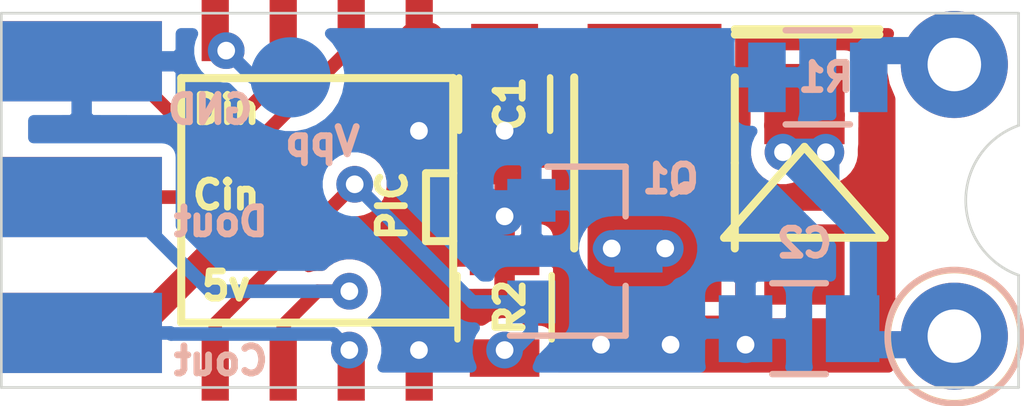
<source format=kicad_pcb>
(kicad_pcb (version 20171130) (host pcbnew "(5.1.4)-1")

  (general
    (thickness 1.6)
    (drawings 17)
    (tracks 84)
    (zones 0)
    (modules 12)
    (nets 12)
  )

  (page A4)
  (layers
    (0 F.Cu signal)
    (31 B.Cu signal)
    (32 B.Adhes user hide)
    (33 F.Adhes user hide)
    (34 B.Paste user hide)
    (35 F.Paste user hide)
    (36 B.SilkS user)
    (37 F.SilkS user)
    (38 B.Mask user)
    (39 F.Mask user)
    (40 Dwgs.User user hide)
    (41 Cmts.User user hide)
    (42 Eco1.User user hide)
    (43 Eco2.User user hide)
    (44 Edge.Cuts user)
    (45 Margin user hide)
    (46 B.CrtYd user hide)
    (47 F.CrtYd user hide)
    (48 B.Fab user hide)
    (49 F.Fab user hide)
  )

  (setup
    (last_trace_width 0.508)
    (user_trace_width 0.254)
    (user_trace_width 0.508)
    (trace_clearance 0.1524)
    (zone_clearance 0.254)
    (zone_45_only no)
    (trace_min 0.1524)
    (via_size 0.6858)
    (via_drill 0.3302)
    (via_min_size 0.508)
    (via_min_drill 0.254)
    (uvia_size 0.6858)
    (uvia_drill 0.3302)
    (uvias_allowed no)
    (uvia_min_size 0.2)
    (uvia_min_drill 0.1)
    (edge_width 0.05)
    (segment_width 0.2)
    (pcb_text_width 0.3)
    (pcb_text_size 1.5 1.5)
    (mod_edge_width 0.12)
    (mod_text_size 1 1)
    (mod_text_width 0.15)
    (pad_size 1.524 1.524)
    (pad_drill 0.762)
    (pad_to_mask_clearance 0.0508)
    (solder_mask_min_width 0.1016)
    (aux_axis_origin 0 0)
    (visible_elements 7FFFFFFF)
    (pcbplotparams
      (layerselection 0x010fc_ffffffff)
      (usegerberextensions false)
      (usegerberattributes false)
      (usegerberadvancedattributes false)
      (creategerberjobfile false)
      (excludeedgelayer true)
      (linewidth 0.100000)
      (plotframeref false)
      (viasonmask false)
      (mode 1)
      (useauxorigin false)
      (hpglpennumber 1)
      (hpglpenspeed 20)
      (hpglpendiameter 15.000000)
      (psnegative false)
      (psa4output false)
      (plotreference true)
      (plotvalue true)
      (plotinvisibletext false)
      (padsonsilk false)
      (subtractmaskfromsilk false)
      (outputformat 1)
      (mirror false)
      (drillshape 1)
      (scaleselection 1)
      (outputdirectory ""))
  )

  (net 0 "")
  (net 1 +5V)
  (net 2 GND)
  (net 3 "Net-(C2-Pad1)")
  (net 4 "Net-(D1-Pad2)")
  (net 5 "Net-(J1-Pad2)")
  (net 6 /SDAin)
  (net 7 /SCKin)
  (net 8 /SCKout)
  (net 9 /SDAout)
  (net 10 /Vpp)
  (net 11 "Net-(Q1-Pad1)")

  (net_class Default "This is the default net class."
    (clearance 0.1524)
    (trace_width 0.1524)
    (via_dia 0.6858)
    (via_drill 0.3302)
    (uvia_dia 0.6858)
    (uvia_drill 0.3302)
    (diff_pair_width 0.1524)
    (diff_pair_gap 0.1524)
    (add_net +5V)
    (add_net /SCKin)
    (add_net /SCKout)
    (add_net /SDAin)
    (add_net /SDAout)
    (add_net /Vpp)
    (add_net GND)
    (add_net "Net-(C2-Pad1)")
    (add_net "Net-(D1-Pad2)")
    (add_net "Net-(J1-Pad2)")
    (add_net "Net-(Q1-Pad1)")
  )

  (module neonpixel:SMD_pad (layer B.Cu) (tedit 5EB0150F) (tstamp 5EAED13B)
    (at 138.4 55)
    (path /5EB1C667)
    (fp_text reference J4 (at 0 -0.5) (layer B.Fab) hide
      (effects (font (size 1 1) (thickness 0.15)) (justify mirror))
    )
    (fp_text value Conn_01x01_Female (at 0 0.5) (layer B.Fab) hide
      (effects (font (size 1 1) (thickness 0.15)) (justify mirror))
    )
    (pad 1 smd circle (at 0 -1.2) (size 1.5 1.5) (layers B.Cu B.Paste B.Mask)
      (net 10 /Vpp))
  )

  (module neonpixel:NeonPins (layer F.Cu) (tedit 5EB006B1) (tstamp 5EB01BA7)
    (at 148.8 56.1 90)
    (path /5EAF66E3)
    (fp_text reference J1 (at 0 0.5 90) (layer F.Fab) hide
      (effects (font (size 1 1) (thickness 0.15)))
    )
    (fp_text value Conn_01x02_Female (at 0 -0.5 90) (layer F.Fab) hide
      (effects (font (size 1 1) (thickness 0.15)))
    )
    (pad 2 thru_hole circle (at 2.54 2 90) (size 2 2) (drill 1) (layers *.Cu *.Mask)
      (net 5 "Net-(J1-Pad2)"))
    (pad 1 thru_hole circle (at -2.54 2 90) (size 2 2) (drill 1) (layers *.Cu *.Mask)
      (net 3 "Net-(C2-Pad1)"))
  )

  (module neonpixel:SMD_inductor (layer F.Cu) (tedit 5EAFED1A) (tstamp 5EAECD40)
    (at 147.2 55.4 270)
    (path /5EAED63B)
    (fp_text reference L1 (at 0 0.5 90) (layer F.Fab) hide
      (effects (font (size 1 1) (thickness 0.15)))
    )
    (fp_text value 10uH (at 0 -2.1 90) (layer F.Fab) hide
      (effects (font (size 1 1) (thickness 0.15)))
    )
    (fp_line (start 1.6 0.5) (end 0 0.5) (layer F.SilkS) (width 0.15))
    (fp_line (start -1.6 3.5) (end 1.6 3.5) (layer F.SilkS) (width 0.15))
    (fp_line (start 0 0.5) (end -1.6 0.5) (layer F.SilkS) (width 0.15))
    (pad 2 smd rect (at 1.6 2 270) (size 2 2.5) (layers F.Cu F.Paste F.Mask)
      (net 4 "Net-(D1-Pad2)"))
    (pad 1 smd rect (at -1.6 2 270) (size 2 2.5) (layers F.Cu F.Paste F.Mask)
      (net 1 +5V))
  )

  (module neonpixel:SMD_Diode (layer F.Cu) (tedit 5EAFEAE2) (tstamp 5EAECD31)
    (at 149.5 55.8 270)
    (path /5EAEBEA7)
    (fp_text reference D1 (at 0 0.5 90) (layer F.Fab) hide
      (effects (font (size 1 1) (thickness 0.15)))
    )
    (fp_text value D_Schottky (at 0 -2.4 90) (layer F.Fab) hide
      (effects (font (size 1 1) (thickness 0.15)))
    )
    (fp_line (start -2.8 0.1) (end -2.8 2.8) (layer F.SilkS) (width 0.15))
    (fp_line (start 1 3) (end -0.7 1.5) (layer F.SilkS) (width 0.15))
    (fp_line (start 1 0) (end 1 3) (layer F.SilkS) (width 0.15))
    (fp_line (start -0.7 1.5) (end 1 0) (layer F.SilkS) (width 0.15))
    (fp_line (start -2.9 0.1) (end -2.9 2.8) (layer F.SilkS) (width 0.15))
    (pad 2 smd rect (at 1.5 1.5 270) (size 1.5 1.5) (layers F.Cu F.Paste F.Mask)
      (net 4 "Net-(D1-Pad2)"))
    (pad 1 smd rect (at -1.5 1.5 270) (size 1.5 1.5) (layers F.Cu F.Paste F.Mask)
      (net 3 "Net-(C2-Pad1)"))
  )

  (module neonpixel:SMD_3_pin_254 (layer B.Cu) (tedit 5EAED37C) (tstamp 5EAECF14)
    (at 134.5 53.5 180)
    (path /5EB1DEC1)
    (fp_text reference J3 (at 0 2.56) (layer B.SilkS) hide
      (effects (font (size 1 1) (thickness 0.15)) (justify mirror))
    )
    (fp_text value Conn_01x03_Female (at 0 -2.56) (layer B.Fab)
      (effects (font (size 1 1) (thickness 0.15)) (justify mirror))
    )
    (fp_text user %R (at 0 0 270) (layer B.Fab)
      (effects (font (size 1 1) (thickness 0.15)) (justify mirror))
    )
    (pad 3 smd rect (at 0 -5.08 180) (size 3 1.5) (layers B.Cu B.Paste B.Mask)
      (net 8 /SCKout))
    (pad 1 smd rect (at 0 0 180) (size 3 1.5) (layers B.Cu B.Paste B.Mask)
      (net 2 GND))
    (pad 2 smd rect (at 0 -2.54 180) (size 3 1.5) (layers B.Cu B.Paste B.Mask)
      (net 9 /SDAout))
  )

  (module neonpixel:SMD_3_pin_254 (layer F.Cu) (tedit 5EAED37C) (tstamp 5EAECD37)
    (at 134.5 58.58 180)
    (path /5EB1D17B)
    (fp_text reference J2 (at 0 -2.56) (layer F.SilkS) hide
      (effects (font (size 1 1) (thickness 0.15)))
    )
    (fp_text value Conn_01x03_Female (at 0 2.56) (layer F.Fab)
      (effects (font (size 1 1) (thickness 0.15)))
    )
    (fp_text user %R (at 0 0 90) (layer F.Fab)
      (effects (font (size 1 1) (thickness 0.15)))
    )
    (pad 3 smd rect (at 0 5.08 180) (size 3 1.5) (layers F.Cu F.Paste F.Mask)
      (net 6 /SDAin))
    (pad 1 smd rect (at 0 0 180) (size 3 1.5) (layers F.Cu F.Paste F.Mask)
      (net 1 +5V))
    (pad 2 smd rect (at 0 2.54 180) (size 3 1.5) (layers F.Cu F.Paste F.Mask)
      (net 7 /SCKin))
  )

  (module SMD_Packages:SOIC-8-N (layer F.Cu) (tedit 0) (tstamp 5EB007FB)
    (at 138.9 56.1 180)
    (descr "Module Narrow CMS SOJ 8 pins large")
    (tags "CMS SOJ")
    (path /5EAE9375)
    (attr smd)
    (fp_text reference PIC (at -1.4 -0.1 90) (layer F.SilkS)
      (effects (font (size 0.508 0.508) (thickness 0.127)))
    )
    (fp_text value PIC16F15313 (at 0 1.27) (layer F.Fab)
      (effects (font (size 1 1) (thickness 0.15)))
    )
    (fp_line (start -2.54 -2.286) (end 2.54 -2.286) (layer F.SilkS) (width 0.15))
    (fp_line (start 2.54 -2.286) (end 2.54 2.286) (layer F.SilkS) (width 0.15))
    (fp_line (start 2.54 2.286) (end -2.54 2.286) (layer F.SilkS) (width 0.15))
    (fp_line (start -2.54 2.286) (end -2.54 -2.286) (layer F.SilkS) (width 0.15))
    (fp_line (start -2.54 -0.762) (end -2.032 -0.762) (layer F.SilkS) (width 0.15))
    (fp_line (start -2.032 -0.762) (end -2.032 0.508) (layer F.SilkS) (width 0.15))
    (fp_line (start -2.032 0.508) (end -2.54 0.508) (layer F.SilkS) (width 0.15))
    (pad 8 smd rect (at -1.905 -3.175 180) (size 0.508 1.143) (layers F.Cu F.Paste F.Mask)
      (net 2 GND))
    (pad 7 smd rect (at -0.635 -3.175 180) (size 0.508 1.143) (layers F.Cu F.Paste F.Mask)
      (net 8 /SCKout))
    (pad 6 smd rect (at 0.635 -3.175 180) (size 0.508 1.143) (layers F.Cu F.Paste F.Mask)
      (net 9 /SDAout))
    (pad 5 smd rect (at 1.905 -3.175 180) (size 0.508 1.143) (layers F.Cu F.Paste F.Mask)
      (net 11 "Net-(Q1-Pad1)"))
    (pad 4 smd rect (at 1.905 3.175 180) (size 0.508 1.143) (layers F.Cu F.Paste F.Mask)
      (net 10 /Vpp))
    (pad 3 smd rect (at 0.635 3.175 180) (size 0.508 1.143) (layers F.Cu F.Paste F.Mask)
      (net 6 /SDAin))
    (pad 2 smd rect (at -0.635 3.175 180) (size 0.508 1.143) (layers F.Cu F.Paste F.Mask)
      (net 7 /SCKin))
    (pad 1 smd rect (at -1.905 3.175 180) (size 0.508 1.143) (layers F.Cu F.Paste F.Mask)
      (net 1 +5V))
    (model SMD_Packages.3dshapes/SOIC-8-N.wrl
      (at (xyz 0 0 0))
      (scale (xyz 0.5 0.38 0.5))
      (rotate (xyz 0 0 0))
    )
  )

  (module Resistors_SMD:R_0805 (layer F.Cu) (tedit 58E0A804) (tstamp 5EAECD49)
    (at 142.4 58.1 90)
    (descr "Resistor SMD 0805, reflow soldering, Vishay (see dcrcw.pdf)")
    (tags "resistor 0805")
    (path /5EAEC3E7)
    (attr smd)
    (fp_text reference R2 (at 0 0.1 90) (layer F.SilkS)
      (effects (font (size 0.508 0.508) (thickness 0.127)))
    )
    (fp_text value 100K (at 0 1.75 90) (layer F.Fab)
      (effects (font (size 1 1) (thickness 0.15)))
    )
    (fp_text user %R (at 0.2 0.41 90) (layer F.Fab)
      (effects (font (size 0.5 0.5) (thickness 0.075)))
    )
    (fp_line (start -1 0.62) (end -1 -0.62) (layer F.Fab) (width 0.1))
    (fp_line (start 1 0.62) (end -1 0.62) (layer F.Fab) (width 0.1))
    (fp_line (start 1 -0.62) (end 1 0.62) (layer F.Fab) (width 0.1))
    (fp_line (start -1 -0.62) (end 1 -0.62) (layer F.Fab) (width 0.1))
    (fp_line (start 0.6 0.88) (end -0.6 0.88) (layer F.SilkS) (width 0.12))
    (fp_line (start -0.6 -0.88) (end 0.6 -0.88) (layer F.SilkS) (width 0.12))
    (fp_line (start -1.55 -0.9) (end 1.55 -0.9) (layer F.CrtYd) (width 0.05))
    (fp_line (start -1.55 -0.9) (end -1.55 0.9) (layer F.CrtYd) (width 0.05))
    (fp_line (start 1.55 0.9) (end 1.55 -0.9) (layer F.CrtYd) (width 0.05))
    (fp_line (start 1.55 0.9) (end -1.55 0.9) (layer F.CrtYd) (width 0.05))
    (pad 1 smd rect (at -0.95 0 90) (size 0.7 1.3) (layers F.Cu F.Paste F.Mask)
      (net 11 "Net-(Q1-Pad1)"))
    (pad 2 smd rect (at 0.95 0 90) (size 0.7 1.3) (layers F.Cu F.Paste F.Mask)
      (net 2 GND))
    (model ${KISYS3DMOD}/Resistors_SMD.3dshapes/R_0805.wrl
      (at (xyz 0 0 0))
      (scale (xyz 1 1 1))
      (rotate (xyz 0 0 0))
    )
  )

  (module Resistors_SMD:R_0805 (layer B.Cu) (tedit 58E0A804) (tstamp 5EAED3FF)
    (at 148.25 53.8 180)
    (descr "Resistor SMD 0805, reflow soldering, Vishay (see dcrcw.pdf)")
    (tags "resistor 0805")
    (path /5EAEC980)
    (attr smd)
    (fp_text reference R1 (at -0.15 0) (layer B.SilkS)
      (effects (font (size 0.508 0.508) (thickness 0.127)) (justify mirror))
    )
    (fp_text value 10K (at 0 -1.75) (layer B.Fab)
      (effects (font (size 1 1) (thickness 0.15)) (justify mirror))
    )
    (fp_text user %R (at 0 0) (layer B.Fab)
      (effects (font (size 0.5 0.5) (thickness 0.075)) (justify mirror))
    )
    (fp_line (start -1 -0.62) (end -1 0.62) (layer B.Fab) (width 0.1))
    (fp_line (start 1 -0.62) (end -1 -0.62) (layer B.Fab) (width 0.1))
    (fp_line (start 1 0.62) (end 1 -0.62) (layer B.Fab) (width 0.1))
    (fp_line (start -1 0.62) (end 1 0.62) (layer B.Fab) (width 0.1))
    (fp_line (start 0.6 -0.88) (end -0.6 -0.88) (layer B.SilkS) (width 0.12))
    (fp_line (start -0.6 0.88) (end 0.6 0.88) (layer B.SilkS) (width 0.12))
    (fp_line (start -1.55 0.9) (end 1.55 0.9) (layer B.CrtYd) (width 0.05))
    (fp_line (start -1.55 0.9) (end -1.55 -0.9) (layer B.CrtYd) (width 0.05))
    (fp_line (start 1.55 -0.9) (end 1.55 0.9) (layer B.CrtYd) (width 0.05))
    (fp_line (start 1.55 -0.9) (end -1.55 -0.9) (layer B.CrtYd) (width 0.05))
    (pad 1 smd rect (at -0.95 0 180) (size 0.7 1.3) (layers B.Cu B.Paste B.Mask)
      (net 5 "Net-(J1-Pad2)"))
    (pad 2 smd rect (at 0.95 0 180) (size 0.7 1.3) (layers B.Cu B.Paste B.Mask)
      (net 2 GND))
    (model ${KISYS3DMOD}/Resistors_SMD.3dshapes/R_0805.wrl
      (at (xyz 0 0 0))
      (scale (xyz 1 1 1))
      (rotate (xyz 0 0 0))
    )
  )

  (module TO_SOT_Packages_SMD:SOT-23 (layer B.Cu) (tedit 58CE4E7E) (tstamp 5EAED4AF)
    (at 143.9 57.05)
    (descr "SOT-23, Standard")
    (tags SOT-23)
    (path /5EAE9CA1)
    (attr smd)
    (fp_text reference Q1 (at 1.6 -1.35) (layer B.SilkS)
      (effects (font (size 0.508 0.508) (thickness 0.127)) (justify mirror))
    )
    (fp_text value BSS138 (at 0 -2.5) (layer B.Fab)
      (effects (font (size 1 1) (thickness 0.15)) (justify mirror))
    )
    (fp_text user %R (at 0 0 270) (layer B.Fab)
      (effects (font (size 0.5 0.5) (thickness 0.075)) (justify mirror))
    )
    (fp_line (start -0.7 0.95) (end -0.7 -1.5) (layer B.Fab) (width 0.1))
    (fp_line (start -0.15 1.52) (end 0.7 1.52) (layer B.Fab) (width 0.1))
    (fp_line (start -0.7 0.95) (end -0.15 1.52) (layer B.Fab) (width 0.1))
    (fp_line (start 0.7 1.52) (end 0.7 -1.52) (layer B.Fab) (width 0.1))
    (fp_line (start -0.7 -1.52) (end 0.7 -1.52) (layer B.Fab) (width 0.1))
    (fp_line (start 0.76 -1.58) (end 0.76 -0.65) (layer B.SilkS) (width 0.12))
    (fp_line (start 0.76 1.58) (end 0.76 0.65) (layer B.SilkS) (width 0.12))
    (fp_line (start -1.7 1.75) (end 1.7 1.75) (layer B.CrtYd) (width 0.05))
    (fp_line (start 1.7 1.75) (end 1.7 -1.75) (layer B.CrtYd) (width 0.05))
    (fp_line (start 1.7 -1.75) (end -1.7 -1.75) (layer B.CrtYd) (width 0.05))
    (fp_line (start -1.7 -1.75) (end -1.7 1.75) (layer B.CrtYd) (width 0.05))
    (fp_line (start 0.76 1.58) (end -1.4 1.58) (layer B.SilkS) (width 0.12))
    (fp_line (start 0.76 -1.58) (end -0.7 -1.58) (layer B.SilkS) (width 0.12))
    (pad 1 smd rect (at -1 0.95) (size 0.9 0.8) (layers B.Cu B.Paste B.Mask)
      (net 11 "Net-(Q1-Pad1)"))
    (pad 2 smd rect (at -1 -0.95) (size 0.9 0.8) (layers B.Cu B.Paste B.Mask)
      (net 2 GND))
    (pad 3 smd rect (at 1 0) (size 0.9 0.8) (layers B.Cu B.Paste B.Mask)
      (net 4 "Net-(D1-Pad2)"))
    (model ${KISYS3DMOD}/TO_SOT_Packages_SMD.3dshapes/SOT-23.wrl
      (at (xyz 0 0 0))
      (scale (xyz 1 1 1))
      (rotate (xyz 0 0 0))
    )
  )

  (module Capacitors_SMD:C_0805 (layer B.Cu) (tedit 58AA8463) (tstamp 5EAECD2E)
    (at 147.9 58.5 180)
    (descr "Capacitor SMD 0805, reflow soldering, AVX (see smccp.pdf)")
    (tags "capacitor 0805")
    (path /5EAECE88)
    (attr smd)
    (fp_text reference C2 (at -0.1 1.6) (layer B.SilkS)
      (effects (font (size 0.508 0.508) (thickness 0.127)) (justify mirror))
    )
    (fp_text value 1n (at 0 -1.75) (layer B.Fab)
      (effects (font (size 1 1) (thickness 0.15)) (justify mirror))
    )
    (fp_text user %R (at 0 1.5) (layer B.Fab)
      (effects (font (size 1 1) (thickness 0.15)) (justify mirror))
    )
    (fp_line (start -1 -0.62) (end -1 0.62) (layer B.Fab) (width 0.1))
    (fp_line (start 1 -0.62) (end -1 -0.62) (layer B.Fab) (width 0.1))
    (fp_line (start 1 0.62) (end 1 -0.62) (layer B.Fab) (width 0.1))
    (fp_line (start -1 0.62) (end 1 0.62) (layer B.Fab) (width 0.1))
    (fp_line (start 0.5 0.85) (end -0.5 0.85) (layer B.SilkS) (width 0.12))
    (fp_line (start -0.5 -0.85) (end 0.5 -0.85) (layer B.SilkS) (width 0.12))
    (fp_line (start -1.75 0.88) (end 1.75 0.88) (layer B.CrtYd) (width 0.05))
    (fp_line (start -1.75 0.88) (end -1.75 -0.87) (layer B.CrtYd) (width 0.05))
    (fp_line (start 1.75 -0.87) (end 1.75 0.88) (layer B.CrtYd) (width 0.05))
    (fp_line (start 1.75 -0.87) (end -1.75 -0.87) (layer B.CrtYd) (width 0.05))
    (pad 1 smd rect (at -1 0 180) (size 1 1.25) (layers B.Cu B.Paste B.Mask)
      (net 3 "Net-(C2-Pad1)"))
    (pad 2 smd rect (at 1 0 180) (size 1 1.25) (layers B.Cu B.Paste B.Mask)
      (net 2 GND))
    (model Capacitors_SMD.3dshapes/C_0805.wrl
      (at (xyz 0 0 0))
      (scale (xyz 1 1 1))
      (rotate (xyz 0 0 0))
    )
  )

  (module Capacitors_SMD:C_0805 (layer F.Cu) (tedit 58AA8463) (tstamp 5EAECD2B)
    (at 142.4 54.3 270)
    (descr "Capacitor SMD 0805, reflow soldering, AVX (see smccp.pdf)")
    (tags "capacitor 0805")
    (path /5EAED232)
    (attr smd)
    (fp_text reference C1 (at 0 -0.1 90) (layer F.SilkS)
      (effects (font (size 0.508 0.508) (thickness 0.127)))
    )
    (fp_text value 100n (at 0 1.75 90) (layer F.Fab)
      (effects (font (size 1 1) (thickness 0.15)))
    )
    (fp_text user %R (at 0 -1.5 90) (layer F.Fab)
      (effects (font (size 1 1) (thickness 0.15)))
    )
    (fp_line (start -1 0.62) (end -1 -0.62) (layer F.Fab) (width 0.1))
    (fp_line (start 1 0.62) (end -1 0.62) (layer F.Fab) (width 0.1))
    (fp_line (start 1 -0.62) (end 1 0.62) (layer F.Fab) (width 0.1))
    (fp_line (start -1 -0.62) (end 1 -0.62) (layer F.Fab) (width 0.1))
    (fp_line (start 0.5 -0.85) (end -0.5 -0.85) (layer F.SilkS) (width 0.12))
    (fp_line (start -0.5 0.85) (end 0.5 0.85) (layer F.SilkS) (width 0.12))
    (fp_line (start -1.75 -0.88) (end 1.75 -0.88) (layer F.CrtYd) (width 0.05))
    (fp_line (start -1.75 -0.88) (end -1.75 0.87) (layer F.CrtYd) (width 0.05))
    (fp_line (start 1.75 0.87) (end 1.75 -0.88) (layer F.CrtYd) (width 0.05))
    (fp_line (start 1.75 0.87) (end -1.75 0.87) (layer F.CrtYd) (width 0.05))
    (pad 1 smd rect (at -1 0 270) (size 1 1.25) (layers F.Cu F.Paste F.Mask)
      (net 1 +5V))
    (pad 2 smd rect (at 1 0 270) (size 1 1.25) (layers F.Cu F.Paste F.Mask)
      (net 2 GND))
    (model Capacitors_SMD.3dshapes/C_0805.wrl
      (at (xyz 0 0 0))
      (scale (xyz 1 1 1))
      (rotate (xyz 0 0 0))
    )
  )

  (gr_circle (center 150.7998 58.6486) (end 151.8412 57.9628) (layer B.SilkS) (width 0.12))
  (gr_circle (center 150.7998 58.6486) (end 151.7396 57.8358) (layer F.SilkS) (width 0.12))
  (gr_arc (start 152.5 56.1) (end 152.000002 54.700002) (angle -140.6923752) (layer Edge.Cuts) (width 0.05))
  (gr_text "pierre muth" (at 144.7 54.4) (layer B.Mask)
    (effects (font (size 0.4064 0.4064) (thickness 0.0762)) (justify mirror))
  )
  (gr_text NeonPixel (at 143.3 53.5) (layer B.Mask)
    (effects (font (size 0.889 0.889) (thickness 0.127)) (justify mirror))
  )
  (gr_text Vpp (at 139 55) (layer B.SilkS) (tstamp 5EB022ED)
    (effects (font (size 0.508 0.508) (thickness 0.127)) (justify mirror))
  )
  (gr_text Din (at 137.2 54.4) (layer F.SilkS) (tstamp 5EB01DC4)
    (effects (font (size 0.508 0.508) (thickness 0.127)))
  )
  (gr_text Cin (at 137.2 56) (layer F.SilkS) (tstamp 5EB01DC4)
    (effects (font (size 0.508 0.508) (thickness 0.127)))
  )
  (gr_text "Cout\n" (at 137.1 59.1) (layer B.SilkS) (tstamp 5EB01DA8)
    (effects (font (size 0.508 0.508) (thickness 0.127)) (justify mirror))
  )
  (gr_text Dout (at 137.1 56.5) (layer B.SilkS) (tstamp 5EB01DA8)
    (effects (font (size 0.508 0.508) (thickness 0.127)) (justify mirror))
  )
  (gr_text GND (at 136.9 54.4) (layer B.SilkS)
    (effects (font (size 0.508 0.508) (thickness 0.127)) (justify mirror))
  )
  (gr_text 5v (at 137.2 57.7) (layer F.SilkS)
    (effects (font (size 0.508 0.508) (thickness 0.127)))
  )
  (gr_line (start 152 59.6) (end 152 57.5) (layer Edge.Cuts) (width 0.05))
  (gr_line (start 152 52.6) (end 152 54.7) (layer Edge.Cuts) (width 0.05))
  (gr_line (start 133 52.6) (end 133 59.6) (layer Edge.Cuts) (width 0.05) (tstamp 5EAED5FE))
  (gr_line (start 152 52.6) (end 133 52.6) (layer Edge.Cuts) (width 0.05))
  (gr_line (start 133 59.6) (end 152 59.6) (layer Edge.Cuts) (width 0.05))

  (via (at 146.9 58.8) (size 0.6858) (drill 0.3302) (layers F.Cu B.Cu) (net 2))
  (via (at 140.8 58.9) (size 0.6858) (drill 0.3302) (layers F.Cu B.Cu) (net 2))
  (via (at 144.4 57) (size 0.6858) (drill 0.3302) (layers F.Cu B.Cu) (net 4))
  (via (at 137.2 53.3) (size 0.6858) (drill 0.3302) (layers F.Cu B.Cu) (net 10))
  (segment (start 137.1 53.4) (end 137 53.3) (width 0.254) (layer B.Cu) (net 10))
  (via (at 142.4 54.8) (size 0.6858) (drill 0.3302) (layers F.Cu B.Cu) (net 2))
  (segment (start 140.805 52.925) (end 140.825 52.925) (width 0.254) (layer F.Cu) (net 1))
  (segment (start 141.2 53.3) (end 142.4 53.3) (width 0.254) (layer F.Cu) (net 1))
  (segment (start 140.825 52.925) (end 141.2 53.3) (width 0.254) (layer F.Cu) (net 1))
  (segment (start 135.437022 58.58) (end 134.5 58.58) (width 0.508) (layer F.Cu) (net 1))
  (segment (start 141.267 53.3) (end 140.99841 53.03141) (width 0.508) (layer F.Cu) (net 1))
  (segment (start 140.99841 53.03141) (end 140.69859 53.03141) (width 0.508) (layer F.Cu) (net 1))
  (segment (start 140.69859 53.03141) (end 140.5 53.23) (width 0.508) (layer F.Cu) (net 1))
  (segment (start 142.4 53.3) (end 141.267 53.3) (width 0.508) (layer F.Cu) (net 1))
  (segment (start 140.5 53.23) (end 140.5 53.517022) (width 0.508) (layer F.Cu) (net 1))
  (segment (start 140.5 53.517022) (end 135.437022 58.58) (width 0.508) (layer F.Cu) (net 1))
  (segment (start 144.5 53.3) (end 145 53.8) (width 0.508) (layer F.Cu) (net 1))
  (segment (start 142.4 53.3) (end 144.5 53.3) (width 0.508) (layer F.Cu) (net 1))
  (via (at 140.8 54.8) (size 0.6858) (drill 0.3302) (layers F.Cu B.Cu) (net 2))
  (via (at 144.2 58.8) (size 0.6858) (drill 0.3302) (layers F.Cu B.Cu) (net 2))
  (via (at 145.5 58.8) (size 0.6858) (drill 0.3302) (layers F.Cu B.Cu) (net 2))
  (via (at 142.4 56.4) (size 0.6858) (drill 0.3302) (layers F.Cu B.Cu) (net 2))
  (segment (start 150.94 58.8) (end 151.1 58.64) (width 0.508) (layer B.Cu) (net 3))
  (segment (start 148.5 54.5) (end 148 54) (width 0.508) (layer F.Cu) (net 3))
  (segment (start 148.5 54.7) (end 148.5 54.5) (width 0.508) (layer F.Cu) (net 3))
  (segment (start 148 54.2) (end 147.5 54.7) (width 0.508) (layer F.Cu) (net 3))
  (segment (start 148 54) (end 148 54.2) (width 0.508) (layer F.Cu) (net 3))
  (segment (start 150.64 58.8) (end 150.8 58.64) (width 0.508) (layer B.Cu) (net 3))
  (segment (start 149.1 58.8) (end 150.64 58.8) (width 0.508) (layer B.Cu) (net 3))
  (via (at 147.6 55.2) (size 0.6858) (drill 0.3302) (layers F.Cu B.Cu) (net 3))
  (segment (start 148 54.3) (end 148 54.8) (width 0.508) (layer F.Cu) (net 3))
  (segment (start 148 54.8) (end 147.6 55.2) (width 0.508) (layer F.Cu) (net 3))
  (segment (start 149.1 56.7) (end 149.1 58.5) (width 0.508) (layer B.Cu) (net 3))
  (via (at 148.4 55.2) (size 0.6858) (drill 0.3302) (layers F.Cu B.Cu) (net 3))
  (segment (start 148.4 56) (end 148.4 55.2) (width 0.508) (layer B.Cu) (net 3))
  (segment (start 148.4 56) (end 149.1 56.7) (width 0.508) (layer B.Cu) (net 3))
  (segment (start 147.6 55.2) (end 148.4 56) (width 0.508) (layer B.Cu) (net 3))
  (segment (start 148.4 54.7) (end 148 54.3) (width 0.508) (layer F.Cu) (net 3))
  (segment (start 148.4 55.2) (end 148.4 54.7) (width 0.508) (layer F.Cu) (net 3))
  (segment (start 147.6 55.2) (end 148.4 55.2) (width 0.508) (layer B.Cu) (net 3))
  (segment (start 148 57) (end 145.4 57) (width 0.508) (layer F.Cu) (net 4))
  (via (at 145.4 57) (size 0.6858) (drill 0.3302) (layers F.Cu B.Cu) (net 4))
  (segment (start 145 57) (end 145.4 57) (width 0.508) (layer F.Cu) (net 4))
  (segment (start 145.35 57.05) (end 145.4 57) (width 0.508) (layer B.Cu) (net 4))
  (segment (start 144.9 57.05) (end 145.35 57.05) (width 0.508) (layer B.Cu) (net 4))
  (segment (start 144.35 57.05) (end 144.3 57) (width 0.508) (layer B.Cu) (net 4))
  (segment (start 144.9 57.05) (end 144.35 57.05) (width 0.508) (layer B.Cu) (net 4))
  (segment (start 150.84 53.3) (end 151.1 53.56) (width 0.508) (layer B.Cu) (net 5))
  (segment (start 150.54 53.3) (end 150.8 53.56) (width 0.508) (layer B.Cu) (net 5))
  (segment (start 149.2 53.3) (end 150.54 53.3) (width 0.508) (layer B.Cu) (net 5))
  (segment (start 135.2 53.5) (end 136.5 54.8) (width 0.254) (layer F.Cu) (net 6))
  (segment (start 134.5 53.5) (end 135.2 53.5) (width 0.254) (layer F.Cu) (net 6))
  (segment (start 136.5 54.8) (end 137.2 54.8) (width 0.254) (layer F.Cu) (net 6))
  (segment (start 138.265 53.7505) (end 138.265 52.925) (width 0.254) (layer F.Cu) (net 6))
  (segment (start 137.2 54.8) (end 138.2 53.8) (width 0.254) (layer F.Cu) (net 6))
  (segment (start 138.2 53.8) (end 138.2155 53.8) (width 0.254) (layer F.Cu) (net 6))
  (segment (start 138.2155 53.8) (end 138.265 53.7505) (width 0.254) (layer F.Cu) (net 6))
  (segment (start 139.535 53.2425) (end 139.535 52.925) (width 0.254) (layer F.Cu) (net 7))
  (segment (start 134.5 56.04) (end 136.7375 56.04) (width 0.254) (layer F.Cu) (net 7))
  (segment (start 136.7375 56.04) (end 139.535 53.2425) (width 0.254) (layer F.Cu) (net 7))
  (segment (start 136.1524 58.58) (end 136.1724 58.6) (width 0.254) (layer B.Cu) (net 8))
  (segment (start 139.5 58.9) (end 139.5 59.24) (width 0.254) (layer F.Cu) (net 8))
  (segment (start 139.5 59.24) (end 139.535 59.275) (width 0.254) (layer F.Cu) (net 8))
  (segment (start 139.2 58.6) (end 139.5 58.9) (width 0.254) (layer B.Cu) (net 8))
  (segment (start 136.1724 58.6) (end 139.2 58.6) (width 0.254) (layer B.Cu) (net 8))
  (via (at 139.5 58.9) (size 0.6858) (drill 0.3302) (layers F.Cu B.Cu) (net 8))
  (segment (start 134.5 58.58) (end 136.1524 58.58) (width 0.254) (layer B.Cu) (net 8))
  (segment (start 134.5 56.04) (end 135.14 56.04) (width 0.254) (layer B.Cu) (net 9))
  (segment (start 135.14 56.04) (end 136.9 57.8) (width 0.254) (layer B.Cu) (net 9))
  (via (at 139.5 57.8) (size 0.6858) (drill 0.3302) (layers F.Cu B.Cu) (net 9))
  (segment (start 136.9 57.8) (end 139.5 57.8) (width 0.254) (layer B.Cu) (net 9))
  (segment (start 139.5 57.8) (end 138.9 57.8) (width 0.254) (layer F.Cu) (net 9))
  (segment (start 138.265 58.435) (end 138.265 59.275) (width 0.254) (layer F.Cu) (net 9))
  (segment (start 138.9 57.8) (end 138.265 58.435) (width 0.254) (layer F.Cu) (net 9))
  (segment (start 137.7 53.8) (end 137.2 53.3) (width 0.254) (layer B.Cu) (net 10))
  (segment (start 138.4 53.8) (end 137.7 53.8) (width 0.254) (layer B.Cu) (net 10))
  (via (at 139.6 55.8) (size 0.6858) (drill 0.3302) (layers F.Cu B.Cu) (net 11))
  (segment (start 139.6 55.8) (end 136.995 58.405) (width 0.254) (layer F.Cu) (net 11))
  (segment (start 136.995 58.405) (end 136.995 59.275) (width 0.254) (layer F.Cu) (net 11))
  (segment (start 141.8 58) (end 139.6 55.8) (width 0.254) (layer B.Cu) (net 11))
  (segment (start 142.9 58) (end 141.8 58) (width 0.254) (layer B.Cu) (net 11))
  (via (at 142.4 58.9) (size 0.6858) (drill 0.3302) (layers F.Cu B.Cu) (net 11))
  (segment (start 142.9 58.5797) (end 142.4 59.0797) (width 0.254) (layer B.Cu) (net 11))
  (segment (start 142.9 58) (end 142.9 58.5797) (width 0.254) (layer B.Cu) (net 11))

  (zone (net 2) (net_name GND) (layer B.Cu) (tstamp 5EB02A34) (hatch edge 0.508)
    (connect_pads (clearance 0.254))
    (min_thickness 0.2032)
    (fill yes (arc_segments 32) (thermal_gap 0.254) (thermal_bridge_width 0.381))
    (polygon
      (pts
        (xy 133.5 52.6) (xy 149.6 52.6) (xy 149.6 59.6) (xy 133.5 59.6)
      )
    )
    (filled_polygon
      (pts
        (xy 136.528343 53.096255) (xy 136.5015 53.231204) (xy 136.5015 53.368796) (xy 136.528343 53.503745) (xy 136.580997 53.630864)
        (xy 136.657439 53.745268) (xy 136.754732 53.842561) (xy 136.869136 53.919003) (xy 136.996255 53.971657) (xy 137.131204 53.9985)
        (xy 137.216 53.9985) (xy 137.336116 54.118616) (xy 137.336887 54.122492) (xy 137.42023 54.323698) (xy 137.541224 54.504779)
        (xy 137.695221 54.658776) (xy 137.876302 54.77977) (xy 138.077508 54.863113) (xy 138.291108 54.9056) (xy 138.508892 54.9056)
        (xy 138.722492 54.863113) (xy 138.923698 54.77977) (xy 139.104779 54.658776) (xy 139.258776 54.504779) (xy 139.37977 54.323698)
        (xy 139.463113 54.122492) (xy 139.5056 53.908892) (xy 139.5056 53.691108) (xy 139.463113 53.477508) (xy 139.37977 53.276302)
        (xy 139.258776 53.095221) (xy 139.144155 52.9806) (xy 146.637335 52.9806) (xy 146.619878 53.013259) (xy 146.599545 53.08029)
        (xy 146.592679 53.15) (xy 146.5944 53.6222) (xy 146.6833 53.7111) (xy 147.2111 53.7111) (xy 147.2111 53.6911)
        (xy 147.3889 53.6911) (xy 147.3889 53.7111) (xy 147.9167 53.7111) (xy 148.0056 53.6222) (xy 148.007321 53.15)
        (xy 148.000455 53.08029) (xy 147.980122 53.013259) (xy 147.962665 52.9806) (xy 148.537336 52.9806) (xy 148.519879 53.01326)
        (xy 148.499546 53.08029) (xy 148.49268 53.15) (xy 148.49268 54.45) (xy 148.498331 54.507375) (xy 148.468796 54.5015)
        (xy 148.331204 54.5015) (xy 148.196255 54.528343) (xy 148.069136 54.580997) (xy 148.055063 54.5904) (xy 147.978166 54.5904)
        (xy 147.980122 54.586741) (xy 148.000455 54.51971) (xy 148.007321 54.45) (xy 148.0056 53.9778) (xy 147.9167 53.8889)
        (xy 147.3889 53.8889) (xy 147.3889 53.9089) (xy 147.2111 53.9089) (xy 147.2111 53.8889) (xy 146.6833 53.8889)
        (xy 146.5944 53.9778) (xy 146.592679 54.45) (xy 146.599545 54.51971) (xy 146.619878 54.586741) (xy 146.652898 54.648517)
        (xy 146.697336 54.702664) (xy 146.751483 54.747102) (xy 146.813259 54.780122) (xy 146.88029 54.800455) (xy 146.95 54.807321)
        (xy 147.022786 54.806594) (xy 146.980997 54.869136) (xy 146.928343 54.996255) (xy 146.9015 55.131204) (xy 146.9015 55.268796)
        (xy 146.928343 55.403745) (xy 146.980997 55.530864) (xy 147.057439 55.645268) (xy 147.154732 55.742561) (xy 147.269136 55.819003)
        (xy 147.396255 55.871657) (xy 147.412856 55.874959) (xy 147.94777 56.409874) (xy 147.966862 56.433138) (xy 147.990131 56.452235)
        (xy 148.4904 56.952505) (xy 148.4904 57.51768) (xy 148.4 57.51768) (xy 148.33029 57.524546) (xy 148.26326 57.544879)
        (xy 148.201484 57.577899) (xy 148.147337 57.622337) (xy 148.102899 57.676484) (xy 148.069879 57.73826) (xy 148.049546 57.80529)
        (xy 148.04268 57.875) (xy 148.04268 59.125) (xy 148.049546 59.19471) (xy 148.057036 59.2194) (xy 147.742966 59.2194)
        (xy 147.750455 59.19471) (xy 147.757321 59.125) (xy 147.7556 58.6778) (xy 147.6667 58.5889) (xy 146.9889 58.5889)
        (xy 146.9889 58.6089) (xy 146.8111 58.6089) (xy 146.8111 58.5889) (xy 146.1333 58.5889) (xy 146.0444 58.6778)
        (xy 146.042679 59.125) (xy 146.049545 59.19471) (xy 146.057034 59.2194) (xy 143.023752 59.2194) (xy 143.071657 59.103745)
        (xy 143.074935 59.087264) (xy 143.224487 58.937713) (xy 143.242901 58.922601) (xy 143.303209 58.849115) (xy 143.348022 58.765277)
        (xy 143.350436 58.75732) (xy 143.350449 58.757276) (xy 143.41971 58.750454) (xy 143.48674 58.730121) (xy 143.548516 58.697101)
        (xy 143.602663 58.652663) (xy 143.647101 58.598516) (xy 143.680121 58.53674) (xy 143.700454 58.46971) (xy 143.70732 58.4)
        (xy 143.70732 57.875) (xy 146.042679 57.875) (xy 146.0444 58.3222) (xy 146.1333 58.4111) (xy 146.8111 58.4111)
        (xy 146.8111 57.6083) (xy 146.9889 57.6083) (xy 146.9889 58.4111) (xy 147.6667 58.4111) (xy 147.7556 58.3222)
        (xy 147.757321 57.875) (xy 147.750455 57.80529) (xy 147.730122 57.738259) (xy 147.697102 57.676483) (xy 147.652664 57.622336)
        (xy 147.598517 57.577898) (xy 147.536741 57.544878) (xy 147.46971 57.524545) (xy 147.4 57.517679) (xy 147.0778 57.5194)
        (xy 146.9889 57.6083) (xy 146.8111 57.6083) (xy 146.7222 57.5194) (xy 146.4 57.517679) (xy 146.33029 57.524545)
        (xy 146.263259 57.544878) (xy 146.201483 57.577898) (xy 146.147336 57.622336) (xy 146.102898 57.676483) (xy 146.069878 57.738259)
        (xy 146.049545 57.80529) (xy 146.042679 57.875) (xy 143.70732 57.875) (xy 143.70732 57.6) (xy 143.700454 57.53029)
        (xy 143.680121 57.46326) (xy 143.647101 57.401484) (xy 143.602663 57.347337) (xy 143.548516 57.302899) (xy 143.48674 57.269879)
        (xy 143.41971 57.249546) (xy 143.35 57.24268) (xy 142.45 57.24268) (xy 142.38029 57.249546) (xy 142.31326 57.269879)
        (xy 142.251484 57.302899) (xy 142.197337 57.347337) (xy 142.152899 57.401484) (xy 142.119879 57.46326) (xy 142.103456 57.5174)
        (xy 141.9999 57.5174) (xy 141.4825 57) (xy 143.687451 57) (xy 143.699221 57.119502) (xy 143.73408 57.234412)
        (xy 143.76503 57.292317) (xy 143.780997 57.330864) (xy 143.857439 57.445268) (xy 143.954732 57.542561) (xy 144.069136 57.619003)
        (xy 144.159343 57.656368) (xy 144.197337 57.702663) (xy 144.251484 57.747101) (xy 144.31326 57.780121) (xy 144.38029 57.800454)
        (xy 144.45 57.80732) (xy 145.35 57.80732) (xy 145.41971 57.800454) (xy 145.48674 57.780121) (xy 145.548516 57.747101)
        (xy 145.602663 57.702663) (xy 145.640657 57.656368) (xy 145.730864 57.619003) (xy 145.845268 57.542561) (xy 145.942561 57.445268)
        (xy 146.019003 57.330864) (xy 146.071657 57.203745) (xy 146.0985 57.068796) (xy 146.0985 56.931204) (xy 146.071657 56.796255)
        (xy 146.019003 56.669136) (xy 145.942561 56.554732) (xy 145.845268 56.457439) (xy 145.730864 56.380997) (xy 145.603745 56.328343)
        (xy 145.468796 56.3015) (xy 145.426152 56.3015) (xy 145.41971 56.299546) (xy 145.35 56.29268) (xy 144.45 56.29268)
        (xy 144.38029 56.299546) (xy 144.373848 56.3015) (xy 144.331204 56.3015) (xy 144.196255 56.328343) (xy 144.069136 56.380997)
        (xy 143.954732 56.457439) (xy 143.857439 56.554732) (xy 143.780997 56.669136) (xy 143.76503 56.707683) (xy 143.73408 56.765588)
        (xy 143.699221 56.880498) (xy 143.687451 57) (xy 141.4825 57) (xy 140.9825 56.5) (xy 142.092679 56.5)
        (xy 142.099545 56.56971) (xy 142.119878 56.636741) (xy 142.152898 56.698517) (xy 142.197336 56.752664) (xy 142.251483 56.797102)
        (xy 142.313259 56.830122) (xy 142.38029 56.850455) (xy 142.45 56.857321) (xy 142.7222 56.8556) (xy 142.8111 56.7667)
        (xy 142.8111 56.1889) (xy 142.9889 56.1889) (xy 142.9889 56.7667) (xy 143.0778 56.8556) (xy 143.35 56.857321)
        (xy 143.41971 56.850455) (xy 143.486741 56.830122) (xy 143.548517 56.797102) (xy 143.602664 56.752664) (xy 143.647102 56.698517)
        (xy 143.680122 56.636741) (xy 143.700455 56.56971) (xy 143.707321 56.5) (xy 143.7056 56.2778) (xy 143.6167 56.1889)
        (xy 142.9889 56.1889) (xy 142.8111 56.1889) (xy 142.1833 56.1889) (xy 142.0944 56.2778) (xy 142.092679 56.5)
        (xy 140.9825 56.5) (xy 140.2985 55.816001) (xy 140.2985 55.731204) (xy 140.292294 55.7) (xy 142.092679 55.7)
        (xy 142.0944 55.9222) (xy 142.1833 56.0111) (xy 142.8111 56.0111) (xy 142.8111 55.4333) (xy 142.9889 55.4333)
        (xy 142.9889 56.0111) (xy 143.6167 56.0111) (xy 143.7056 55.9222) (xy 143.707321 55.7) (xy 143.700455 55.63029)
        (xy 143.680122 55.563259) (xy 143.647102 55.501483) (xy 143.602664 55.447336) (xy 143.548517 55.402898) (xy 143.486741 55.369878)
        (xy 143.41971 55.349545) (xy 143.35 55.342679) (xy 143.0778 55.3444) (xy 142.9889 55.4333) (xy 142.8111 55.4333)
        (xy 142.7222 55.3444) (xy 142.45 55.342679) (xy 142.38029 55.349545) (xy 142.313259 55.369878) (xy 142.251483 55.402898)
        (xy 142.197336 55.447336) (xy 142.152898 55.501483) (xy 142.119878 55.563259) (xy 142.099545 55.63029) (xy 142.092679 55.7)
        (xy 140.292294 55.7) (xy 140.271657 55.596255) (xy 140.219003 55.469136) (xy 140.142561 55.354732) (xy 140.045268 55.257439)
        (xy 139.930864 55.180997) (xy 139.803745 55.128343) (xy 139.668796 55.1015) (xy 139.531204 55.1015) (xy 139.396255 55.128343)
        (xy 139.269136 55.180997) (xy 139.154732 55.257439) (xy 139.057439 55.354732) (xy 138.980997 55.469136) (xy 138.928343 55.596255)
        (xy 138.9015 55.731204) (xy 138.9015 55.868796) (xy 138.928343 56.003745) (xy 138.980997 56.130864) (xy 139.057439 56.245268)
        (xy 139.154732 56.342561) (xy 139.269136 56.419003) (xy 139.396255 56.471657) (xy 139.531204 56.4985) (xy 139.616001 56.4985)
        (xy 141.441988 58.324488) (xy 141.457099 58.342901) (xy 141.530585 58.403209) (xy 141.614423 58.448022) (xy 141.705393 58.475617)
        (xy 141.8 58.484935) (xy 141.823707 58.4826) (xy 141.838818 58.4826) (xy 141.780997 58.569136) (xy 141.728343 58.696255)
        (xy 141.7015 58.831204) (xy 141.7015 58.968796) (xy 141.728343 59.103745) (xy 141.776248 59.2194) (xy 140.123752 59.2194)
        (xy 140.171657 59.103745) (xy 140.1985 58.968796) (xy 140.1985 58.831204) (xy 140.171657 58.696255) (xy 140.119003 58.569136)
        (xy 140.042561 58.454732) (xy 139.945268 58.357439) (xy 139.934135 58.35) (xy 139.945268 58.342561) (xy 140.042561 58.245268)
        (xy 140.119003 58.130864) (xy 140.171657 58.003745) (xy 140.1985 57.868796) (xy 140.1985 57.731204) (xy 140.171657 57.596255)
        (xy 140.119003 57.469136) (xy 140.042561 57.354732) (xy 139.945268 57.257439) (xy 139.830864 57.180997) (xy 139.703745 57.128343)
        (xy 139.568796 57.1015) (xy 139.431204 57.1015) (xy 139.296255 57.128343) (xy 139.169136 57.180997) (xy 139.054732 57.257439)
        (xy 138.994771 57.3174) (xy 137.0999 57.3174) (xy 136.35732 56.574821) (xy 136.35732 55.29) (xy 136.350454 55.22029)
        (xy 136.330121 55.15326) (xy 136.297101 55.091484) (xy 136.252663 55.037337) (xy 136.198516 54.992899) (xy 136.13674 54.959879)
        (xy 136.06971 54.939546) (xy 136 54.93268) (xy 133.6016 54.93268) (xy 133.6016 54.606538) (xy 134.3222 54.6056)
        (xy 134.4111 54.5167) (xy 134.4111 53.5889) (xy 134.5889 53.5889) (xy 134.5889 54.5167) (xy 134.6778 54.6056)
        (xy 136 54.607321) (xy 136.06971 54.600455) (xy 136.136741 54.580122) (xy 136.198517 54.547102) (xy 136.252664 54.502664)
        (xy 136.297102 54.448517) (xy 136.330122 54.386741) (xy 136.350455 54.31971) (xy 136.357321 54.25) (xy 136.3556 53.6778)
        (xy 136.2667 53.5889) (xy 134.5889 53.5889) (xy 134.4111 53.5889) (xy 134.3911 53.5889) (xy 134.3911 53.4111)
        (xy 134.4111 53.4111) (xy 134.4111 53.3911) (xy 134.5889 53.3911) (xy 134.5889 53.4111) (xy 136.2667 53.4111)
        (xy 136.3556 53.3222) (xy 136.356627 52.9806) (xy 136.576248 52.9806)
      )
    )
  )
  (zone (net 2) (net_name GND) (layer F.Cu) (tstamp 5EB02A31) (hatch edge 0.508)
    (connect_pads (clearance 0.254))
    (min_thickness 0.2032)
    (fill yes (arc_segments 32) (thermal_gap 0.254) (thermal_bridge_width 0.381))
    (polygon
      (pts
        (xy 133.5 59.6) (xy 133.5 52.6) (xy 149.7 52.6) (xy 149.7 59.6)
      )
    )
    (filled_polygon
      (pts
        (xy 149.496495 53.164586) (xy 149.4444 53.426485) (xy 149.4444 53.693515) (xy 149.496495 53.955414) (xy 149.5984 54.201434)
        (xy 149.5984 57.998566) (xy 149.496495 58.244586) (xy 149.4444 58.506485) (xy 149.4444 58.773515) (xy 149.496495 59.035414)
        (xy 149.572705 59.2194) (xy 143.40732 59.2194) (xy 143.40732 58.7) (xy 143.400454 58.63029) (xy 143.380121 58.56326)
        (xy 143.347101 58.501484) (xy 143.302663 58.447337) (xy 143.248516 58.402899) (xy 143.18674 58.369879) (xy 143.11971 58.349546)
        (xy 143.05 58.34268) (xy 142.82318 58.34268) (xy 142.730864 58.280997) (xy 142.603745 58.228343) (xy 142.468796 58.2015)
        (xy 142.331204 58.2015) (xy 142.196255 58.228343) (xy 142.069136 58.280997) (xy 141.97682 58.34268) (xy 141.75 58.34268)
        (xy 141.68029 58.349546) (xy 141.61326 58.369879) (xy 141.551484 58.402899) (xy 141.497337 58.447337) (xy 141.452899 58.501484)
        (xy 141.419879 58.56326) (xy 141.40397 58.615707) (xy 141.389122 58.566759) (xy 141.356102 58.504983) (xy 141.311664 58.450836)
        (xy 141.257517 58.406398) (xy 141.195741 58.373378) (xy 141.12871 58.353045) (xy 141.059 58.346179) (xy 140.9828 58.3479)
        (xy 140.8939 58.4368) (xy 140.8939 59.1861) (xy 140.9139 59.1861) (xy 140.9139 59.2194) (xy 140.6961 59.2194)
        (xy 140.6961 59.1861) (xy 140.7161 59.1861) (xy 140.7161 58.4368) (xy 140.6272 58.3479) (xy 140.551 58.346179)
        (xy 140.48129 58.353045) (xy 140.414259 58.373378) (xy 140.352483 58.406398) (xy 140.298336 58.450836) (xy 140.253898 58.504983)
        (xy 140.220878 58.566759) (xy 140.200545 58.63379) (xy 140.193679 58.7035) (xy 140.194141 58.809292) (xy 140.171657 58.696255)
        (xy 140.122137 58.576701) (xy 140.119121 58.56676) (xy 140.086101 58.504984) (xy 140.041663 58.450837) (xy 140.024949 58.43712)
        (xy 139.945268 58.357439) (xy 139.934135 58.35) (xy 139.945268 58.342561) (xy 140.042561 58.245268) (xy 140.119003 58.130864)
        (xy 140.171657 58.003745) (xy 140.1985 57.868796) (xy 140.1985 57.731204) (xy 140.171657 57.596255) (xy 140.131788 57.5)
        (xy 141.392679 57.5) (xy 141.399545 57.56971) (xy 141.419878 57.636741) (xy 141.452898 57.698517) (xy 141.497336 57.752664)
        (xy 141.551483 57.797102) (xy 141.613259 57.830122) (xy 141.68029 57.850455) (xy 141.75 57.857321) (xy 142.2222 57.8556)
        (xy 142.3111 57.7667) (xy 142.3111 57.2389) (xy 142.4889 57.2389) (xy 142.4889 57.7667) (xy 142.5778 57.8556)
        (xy 143.05 57.857321) (xy 143.11971 57.850455) (xy 143.186741 57.830122) (xy 143.248517 57.797102) (xy 143.302664 57.752664)
        (xy 143.347102 57.698517) (xy 143.380122 57.636741) (xy 143.400455 57.56971) (xy 143.407321 57.5) (xy 143.4056 57.3278)
        (xy 143.3167 57.2389) (xy 142.4889 57.2389) (xy 142.3111 57.2389) (xy 141.4833 57.2389) (xy 141.3944 57.3278)
        (xy 141.392679 57.5) (xy 140.131788 57.5) (xy 140.119003 57.469136) (xy 140.042561 57.354732) (xy 139.945268 57.257439)
        (xy 139.830864 57.180997) (xy 139.703745 57.128343) (xy 139.568796 57.1015) (xy 139.431204 57.1015) (xy 139.296255 57.128343)
        (xy 139.169136 57.180997) (xy 139.054732 57.257439) (xy 138.994771 57.3174) (xy 138.923707 57.3174) (xy 138.9 57.315065)
        (xy 138.805393 57.324383) (xy 138.752875 57.340314) (xy 138.73753 57.344969) (xy 139.282499 56.8) (xy 141.392679 56.8)
        (xy 141.3944 56.9722) (xy 141.4833 57.0611) (xy 142.3111 57.0611) (xy 142.3111 56.5333) (xy 142.4889 56.5333)
        (xy 142.4889 57.0611) (xy 143.3167 57.0611) (xy 143.4056 56.9722) (xy 143.407321 56.8) (xy 143.400455 56.73029)
        (xy 143.380122 56.663259) (xy 143.347102 56.601483) (xy 143.302664 56.547336) (xy 143.248517 56.502898) (xy 143.186741 56.469878)
        (xy 143.11971 56.449545) (xy 143.05 56.442679) (xy 142.5778 56.4444) (xy 142.4889 56.5333) (xy 142.3111 56.5333)
        (xy 142.2222 56.4444) (xy 141.75 56.442679) (xy 141.68029 56.449545) (xy 141.613259 56.469878) (xy 141.551483 56.502898)
        (xy 141.497336 56.547336) (xy 141.452898 56.601483) (xy 141.419878 56.663259) (xy 141.399545 56.73029) (xy 141.392679 56.8)
        (xy 139.282499 56.8) (xy 139.583999 56.4985) (xy 139.668796 56.4985) (xy 139.803745 56.471657) (xy 139.930864 56.419003)
        (xy 140.045268 56.342561) (xy 140.142561 56.245268) (xy 140.219003 56.130864) (xy 140.271657 56.003745) (xy 140.2985 55.868796)
        (xy 140.2985 55.8) (xy 141.417679 55.8) (xy 141.424545 55.86971) (xy 141.444878 55.936741) (xy 141.477898 55.998517)
        (xy 141.522336 56.052664) (xy 141.576483 56.097102) (xy 141.638259 56.130122) (xy 141.70529 56.150455) (xy 141.775 56.157321)
        (xy 142.2222 56.1556) (xy 142.3111 56.0667) (xy 142.3111 55.3889) (xy 142.4889 55.3889) (xy 142.4889 56.0667)
        (xy 142.5778 56.1556) (xy 143.025 56.157321) (xy 143.09471 56.150455) (xy 143.161741 56.130122) (xy 143.223517 56.097102)
        (xy 143.277664 56.052664) (xy 143.320884 56) (xy 143.59268 56) (xy 143.59268 58) (xy 143.599546 58.06971)
        (xy 143.619879 58.13674) (xy 143.652899 58.198516) (xy 143.697337 58.252663) (xy 143.751484 58.297101) (xy 143.81326 58.330121)
        (xy 143.88029 58.350454) (xy 143.95 58.35732) (xy 146.45 58.35732) (xy 146.51971 58.350454) (xy 146.58674 58.330121)
        (xy 146.648516 58.297101) (xy 146.702663 58.252663) (xy 146.747101 58.198516) (xy 146.780121 58.13674) (xy 146.800454 58.06971)
        (xy 146.80732 58) (xy 146.80732 57.6096) (xy 146.89268 57.6096) (xy 146.89268 58.05) (xy 146.899546 58.11971)
        (xy 146.919879 58.18674) (xy 146.952899 58.248516) (xy 146.997337 58.302663) (xy 147.051484 58.347101) (xy 147.11326 58.380121)
        (xy 147.18029 58.400454) (xy 147.25 58.40732) (xy 148.75 58.40732) (xy 148.81971 58.400454) (xy 148.88674 58.380121)
        (xy 148.948516 58.347101) (xy 149.002663 58.302663) (xy 149.047101 58.248516) (xy 149.080121 58.18674) (xy 149.100454 58.11971)
        (xy 149.10732 58.05) (xy 149.10732 56.55) (xy 149.100454 56.48029) (xy 149.080121 56.41326) (xy 149.047101 56.351484)
        (xy 149.002663 56.297337) (xy 148.948516 56.252899) (xy 148.88674 56.219879) (xy 148.81971 56.199546) (xy 148.75 56.19268)
        (xy 147.25 56.19268) (xy 147.18029 56.199546) (xy 147.11326 56.219879) (xy 147.051484 56.252899) (xy 146.997337 56.297337)
        (xy 146.952899 56.351484) (xy 146.932098 56.3904) (xy 146.80732 56.3904) (xy 146.80732 56) (xy 146.800454 55.93029)
        (xy 146.780121 55.86326) (xy 146.747101 55.801484) (xy 146.702663 55.747337) (xy 146.648516 55.702899) (xy 146.58674 55.669879)
        (xy 146.51971 55.649546) (xy 146.45 55.64268) (xy 143.95 55.64268) (xy 143.88029 55.649546) (xy 143.81326 55.669879)
        (xy 143.751484 55.702899) (xy 143.697337 55.747337) (xy 143.652899 55.801484) (xy 143.619879 55.86326) (xy 143.599546 55.93029)
        (xy 143.59268 56) (xy 143.320884 56) (xy 143.322102 55.998517) (xy 143.355122 55.936741) (xy 143.375455 55.86971)
        (xy 143.382321 55.8) (xy 143.3806 55.4778) (xy 143.2917 55.3889) (xy 142.4889 55.3889) (xy 142.3111 55.3889)
        (xy 141.5083 55.3889) (xy 141.4194 55.4778) (xy 141.417679 55.8) (xy 140.2985 55.8) (xy 140.2985 55.731204)
        (xy 140.271657 55.596255) (xy 140.219003 55.469136) (xy 140.142561 55.354732) (xy 140.045268 55.257439) (xy 139.930864 55.180997)
        (xy 139.803745 55.128343) (xy 139.75957 55.119556) (xy 140.079126 54.8) (xy 141.417679 54.8) (xy 141.4194 55.1222)
        (xy 141.5083 55.2111) (xy 142.3111 55.2111) (xy 142.3111 54.5333) (xy 142.4889 54.5333) (xy 142.4889 55.2111)
        (xy 143.2917 55.2111) (xy 143.3806 55.1222) (xy 143.382321 54.8) (xy 143.375455 54.73029) (xy 143.355122 54.663259)
        (xy 143.322102 54.601483) (xy 143.277664 54.547336) (xy 143.223517 54.502898) (xy 143.161741 54.469878) (xy 143.09471 54.449545)
        (xy 143.025 54.442679) (xy 142.5778 54.4444) (xy 142.4889 54.5333) (xy 142.3111 54.5333) (xy 142.2222 54.4444)
        (xy 141.775 54.442679) (xy 141.70529 54.449545) (xy 141.638259 54.469878) (xy 141.576483 54.502898) (xy 141.522336 54.547336)
        (xy 141.477898 54.601483) (xy 141.444878 54.663259) (xy 141.424545 54.73029) (xy 141.417679 54.8) (xy 140.079126 54.8)
        (xy 140.909873 53.969253) (xy 140.933138 53.95016) (xy 141.009316 53.857336) (xy 141.010918 53.854338) (xy 141.020923 53.859686)
        (xy 141.032588 53.865921) (xy 141.147497 53.900779) (xy 141.267 53.912549) (xy 141.296941 53.9096) (xy 141.436646 53.9096)
        (xy 141.444879 53.93674) (xy 141.477899 53.998516) (xy 141.522337 54.052663) (xy 141.576484 54.097101) (xy 141.63826 54.130121)
        (xy 141.70529 54.150454) (xy 141.775 54.15732) (xy 143.025 54.15732) (xy 143.09471 54.150454) (xy 143.16174 54.130121)
        (xy 143.223516 54.097101) (xy 143.277663 54.052663) (xy 143.322101 53.998516) (xy 143.355121 53.93674) (xy 143.363354 53.9096)
        (xy 143.59268 53.9096) (xy 143.59268 54.8) (xy 143.599546 54.86971) (xy 143.619879 54.93674) (xy 143.652899 54.998516)
        (xy 143.697337 55.052663) (xy 143.751484 55.097101) (xy 143.81326 55.130121) (xy 143.88029 55.150454) (xy 143.95 55.15732)
        (xy 146.45 55.15732) (xy 146.51971 55.150454) (xy 146.58674 55.130121) (xy 146.648516 55.097101) (xy 146.702663 55.052663)
        (xy 146.747101 54.998516) (xy 146.780121 54.93674) (xy 146.800454 54.86971) (xy 146.80732 54.8) (xy 146.80732 54.7)
        (xy 146.887451 54.7) (xy 146.89268 54.753091) (xy 146.89268 55.05) (xy 146.899546 55.11971) (xy 146.902107 55.128153)
        (xy 146.9015 55.131204) (xy 146.9015 55.268796) (xy 146.928343 55.403745) (xy 146.980997 55.530864) (xy 147.057439 55.645268)
        (xy 147.154732 55.742561) (xy 147.269136 55.819003) (xy 147.396255 55.871657) (xy 147.531204 55.8985) (xy 147.668796 55.8985)
        (xy 147.803745 55.871657) (xy 147.930864 55.819003) (xy 148 55.772808) (xy 148.069136 55.819003) (xy 148.196255 55.871657)
        (xy 148.331204 55.8985) (xy 148.468796 55.8985) (xy 148.603745 55.871657) (xy 148.730864 55.819003) (xy 148.845268 55.742561)
        (xy 148.942561 55.645268) (xy 149.019003 55.530864) (xy 149.071657 55.403745) (xy 149.0985 55.268796) (xy 149.0985 55.131204)
        (xy 149.097893 55.128153) (xy 149.100454 55.11971) (xy 149.10732 55.05) (xy 149.10732 54.75309) (xy 149.1096 54.729941)
        (xy 149.1096 54.529941) (xy 149.112549 54.5) (xy 149.10732 54.446909) (xy 149.10732 53.55) (xy 149.100454 53.48029)
        (xy 149.080121 53.41326) (xy 149.047101 53.351484) (xy 149.002663 53.297337) (xy 148.948516 53.252899) (xy 148.88674 53.219879)
        (xy 148.81971 53.199546) (xy 148.75 53.19268) (xy 147.25 53.19268) (xy 147.18029 53.199546) (xy 147.11326 53.219879)
        (xy 147.051484 53.252899) (xy 146.997337 53.297337) (xy 146.952899 53.351484) (xy 146.919879 53.41326) (xy 146.899546 53.48029)
        (xy 146.89268 53.55) (xy 146.89268 54.646909) (xy 146.887451 54.7) (xy 146.80732 54.7) (xy 146.80732 52.9806)
        (xy 149.572705 52.9806)
      )
    )
  )
)

</source>
